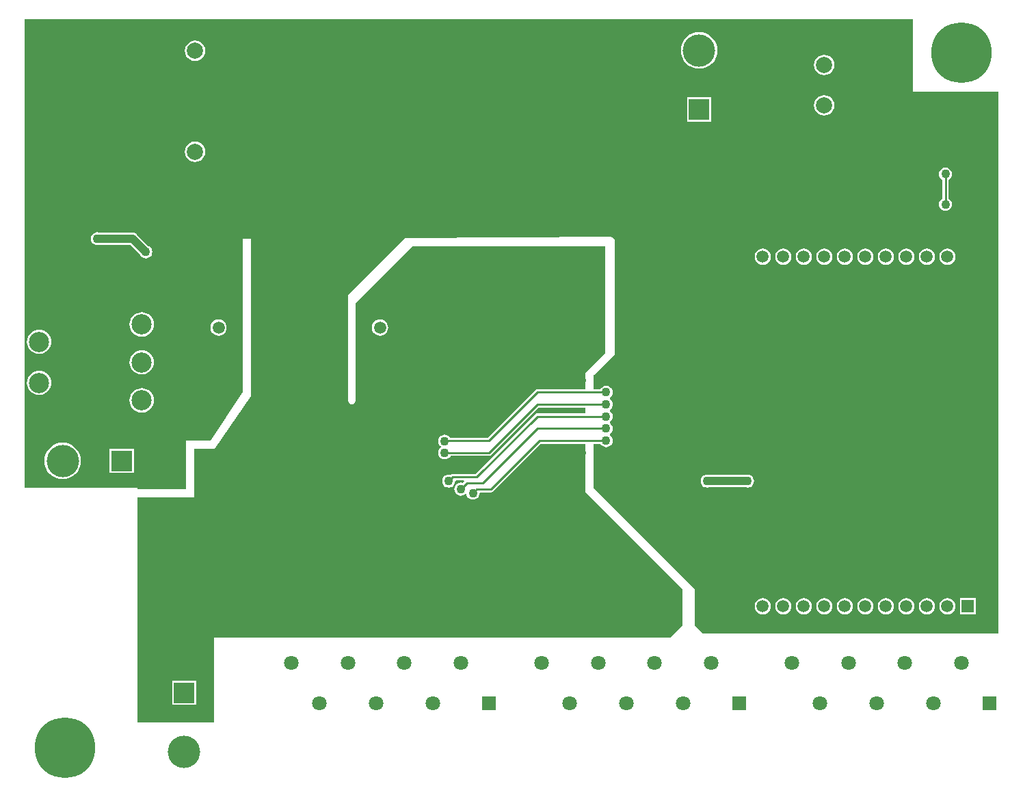
<source format=gbl>
G04*
G04 #@! TF.GenerationSoftware,Altium Limited,Altium Designer,20.2.6 (244)*
G04*
G04 Layer_Physical_Order=2*
G04 Layer_Color=16711680*
%FSLAX25Y25*%
%MOIN*%
G70*
G04*
G04 #@! TF.SameCoordinates,C2834271-33A1-44EC-96ED-C6C83E4A5B3B*
G04*
G04*
G04 #@! TF.FilePolarity,Positive*
G04*
G01*
G75*
%ADD11C,0.01000*%
%ADD56C,0.03937*%
%ADD64C,0.07874*%
%ADD65C,0.09843*%
%ADD66C,0.05906*%
%ADD67R,0.05906X0.05906*%
%ADD68R,0.09843X0.09843*%
%ADD69C,0.15748*%
%ADD70C,0.07087*%
%ADD71R,0.07087X0.07087*%
%ADD72C,0.29528*%
%ADD73R,0.09843X0.09843*%
%ADD74C,0.04331*%
G36*
X440797Y382550D02*
X440797Y347117D01*
X482677Y347117D01*
X482677Y83337D01*
X338434Y83337D01*
X334497Y87274D01*
Y104991D01*
X285285Y154204D01*
Y175636D01*
X288546D01*
X288574Y175569D01*
X289081Y174908D01*
X289742Y174400D01*
X290512Y174082D01*
X291339Y173973D01*
X292165Y174082D01*
X292935Y174400D01*
X293596Y174908D01*
X294104Y175569D01*
X294422Y176339D01*
X294531Y177165D01*
X294422Y177992D01*
X294104Y178762D01*
X293596Y179423D01*
X293075Y179823D01*
X293034Y179964D01*
Y180272D01*
X293075Y180413D01*
X293596Y180813D01*
X294104Y181474D01*
X294422Y182245D01*
X294531Y183071D01*
X294422Y183897D01*
X294104Y184667D01*
X293596Y185328D01*
X293075Y185728D01*
X293034Y185870D01*
Y186178D01*
X293075Y186319D01*
X293596Y186719D01*
X294104Y187380D01*
X294422Y188150D01*
X294531Y188976D01*
X294422Y189803D01*
X294104Y190573D01*
X293596Y191234D01*
X293075Y191634D01*
X293034Y191775D01*
Y192083D01*
X293075Y192225D01*
X293596Y192624D01*
X294104Y193286D01*
X294422Y194056D01*
X294531Y194882D01*
X294422Y195708D01*
X294104Y196478D01*
X293596Y197139D01*
X293075Y197539D01*
X293034Y197681D01*
Y197988D01*
X293075Y198130D01*
X293596Y198530D01*
X294104Y199191D01*
X294422Y199961D01*
X294531Y200787D01*
X294422Y201614D01*
X294104Y202384D01*
X293596Y203045D01*
X292935Y203552D01*
X292165Y203871D01*
X291339Y203980D01*
X290512Y203871D01*
X289742Y203552D01*
X289081Y203045D01*
X288574Y202384D01*
X288546Y202317D01*
X285285D01*
Y209322D01*
X285685D01*
X295527Y219164D01*
X295527Y274282D01*
X295482Y274744D01*
X295128Y275598D01*
X294475Y276252D01*
X293621Y276605D01*
X293159Y276651D01*
X293159Y276651D01*
X293159Y276651D01*
X193174Y275851D01*
X165354Y248031D01*
X165354Y196850D01*
X165392Y196466D01*
X165686Y195757D01*
X166229Y195214D01*
X166939Y194920D01*
X167707Y194920D01*
X168416Y195213D01*
X168959Y195757D01*
X169253Y196466D01*
X169291Y196850D01*
X169291Y196850D01*
X169291Y244094D01*
X197111Y271914D01*
X290790Y271914D01*
Y219748D01*
X281348Y210306D01*
Y202317D01*
X257874D01*
X257289Y202200D01*
X256793Y201869D01*
X233618Y178695D01*
X215240D01*
X214856Y179195D01*
X214195Y179702D01*
X213425Y180021D01*
X212598Y180130D01*
X211772Y180021D01*
X211002Y179702D01*
X210341Y179195D01*
X209834Y178533D01*
X209515Y177763D01*
X209406Y176937D01*
X209515Y176111D01*
X209834Y175341D01*
X210341Y174679D01*
X210687Y174414D01*
Y173783D01*
X210341Y173517D01*
X209834Y172856D01*
X209515Y172086D01*
X209406Y171260D01*
X209515Y170433D01*
X209834Y169664D01*
X210341Y169002D01*
X211002Y168495D01*
X211772Y168176D01*
X212598Y168067D01*
X213425Y168176D01*
X214195Y168495D01*
X214856Y169002D01*
X215363Y169664D01*
X215391Y169730D01*
X234252D01*
X234837Y169847D01*
X235333Y170178D01*
X258507Y193352D01*
X281348D01*
Y190506D01*
X257874D01*
X257289Y190389D01*
X256793Y190058D01*
X227713Y160978D01*
X216535D01*
X215950Y160862D01*
X215462Y160536D01*
X215393Y160564D01*
X214567Y160673D01*
X213741Y160564D01*
X212971Y160245D01*
X212309Y159738D01*
X211802Y159077D01*
X211483Y158307D01*
X211374Y157480D01*
X211483Y156654D01*
X211802Y155884D01*
X212309Y155223D01*
X212971Y154715D01*
X213741Y154396D01*
X214567Y154288D01*
X215393Y154396D01*
X216163Y154715D01*
X216825Y155223D01*
X217332Y155884D01*
X217651Y156654D01*
X217760Y157480D01*
X217751Y157544D01*
X218081Y157919D01*
X221979D01*
X222186Y157419D01*
X221366Y156599D01*
X221299Y156627D01*
X220472Y156736D01*
X219646Y156627D01*
X218876Y156308D01*
X218215Y155801D01*
X217707Y155140D01*
X217389Y154370D01*
X217280Y153543D01*
X217389Y152717D01*
X217707Y151947D01*
X218215Y151286D01*
X218876Y150778D01*
X219646Y150459D01*
X220472Y150351D01*
X221299Y150459D01*
X222069Y150778D01*
X222730Y151286D01*
X223243Y151134D01*
X223294Y150749D01*
X223613Y149978D01*
X224120Y149317D01*
X224782Y148810D01*
X225552Y148491D01*
X226378Y148382D01*
X227204Y148491D01*
X227974Y148810D01*
X228636Y149317D01*
X229143Y149978D01*
X229462Y150749D01*
X229571Y151575D01*
X229562Y151638D01*
X229892Y152014D01*
X235133D01*
X235718Y152130D01*
X236214Y152462D01*
X259388Y175636D01*
X281348D01*
Y152235D01*
X328592Y104991D01*
Y87274D01*
X322686Y81369D01*
X100245D01*
X100245Y40030D01*
X62844D01*
Y149606D01*
X90551D01*
Y173228D01*
X100394D01*
X118110Y198819D01*
Y275590D01*
X114173D01*
Y200787D01*
X98425Y177165D01*
X86614D01*
Y153543D01*
X62844D01*
Y154204D01*
X7726D01*
Y382550D01*
X440797Y382550D01*
D02*
G37*
%LPC*%
G36*
X90945Y372106D02*
X89656Y371936D01*
X88455Y371439D01*
X87424Y370647D01*
X86632Y369616D01*
X86135Y368415D01*
X85965Y367126D01*
X86135Y365837D01*
X86632Y364636D01*
X87424Y363605D01*
X88455Y362813D01*
X89656Y362316D01*
X90945Y362146D01*
X92234Y362316D01*
X93435Y362813D01*
X94466Y363605D01*
X95257Y364636D01*
X95755Y365837D01*
X95925Y367126D01*
X95755Y368415D01*
X95257Y369616D01*
X94466Y370647D01*
X93435Y371439D01*
X92234Y371936D01*
X90945Y372106D01*
D02*
G37*
G36*
X336614Y376240D02*
X334875Y376068D01*
X333202Y375561D01*
X331660Y374737D01*
X330309Y373628D01*
X329200Y372277D01*
X328376Y370735D01*
X327869Y369062D01*
X327697Y367323D01*
X327869Y365583D01*
X328376Y363911D01*
X329200Y362369D01*
X330309Y361018D01*
X331660Y359909D01*
X333202Y359085D01*
X334875Y358577D01*
X336614Y358406D01*
X338354Y358577D01*
X340026Y359085D01*
X341568Y359909D01*
X342919Y361018D01*
X344028Y362369D01*
X344852Y363911D01*
X345360Y365583D01*
X345531Y367323D01*
X345360Y369062D01*
X344852Y370735D01*
X344028Y372277D01*
X342919Y373628D01*
X341568Y374737D01*
X340026Y375561D01*
X338354Y376068D01*
X336614Y376240D01*
D02*
G37*
G36*
X397638Y365216D02*
X396349Y365046D01*
X395148Y364549D01*
X394117Y363757D01*
X393325Y362726D01*
X392828Y361525D01*
X392658Y360236D01*
X392828Y358947D01*
X393325Y357746D01*
X394117Y356715D01*
X395148Y355924D01*
X396349Y355426D01*
X397638Y355257D01*
X398927Y355426D01*
X400128Y355924D01*
X401159Y356715D01*
X401950Y357746D01*
X402448Y358947D01*
X402617Y360236D01*
X402448Y361525D01*
X401950Y362726D01*
X401159Y363757D01*
X400128Y364549D01*
X398927Y365046D01*
X397638Y365216D01*
D02*
G37*
G36*
Y345531D02*
X396349Y345361D01*
X395148Y344864D01*
X394117Y344072D01*
X393325Y343041D01*
X392828Y341840D01*
X392658Y340551D01*
X392828Y339262D01*
X393325Y338061D01*
X394117Y337030D01*
X395148Y336239D01*
X396349Y335741D01*
X397638Y335572D01*
X398927Y335741D01*
X400128Y336239D01*
X401159Y337030D01*
X401950Y338061D01*
X402448Y339262D01*
X402617Y340551D01*
X402448Y341840D01*
X401950Y343041D01*
X401159Y344072D01*
X400128Y344864D01*
X398927Y345361D01*
X397638Y345531D01*
D02*
G37*
G36*
X342535Y344504D02*
X330693D01*
Y332661D01*
X342535D01*
Y344504D01*
D02*
G37*
G36*
X90945Y322893D02*
X89656Y322723D01*
X88455Y322226D01*
X87424Y321434D01*
X86632Y320403D01*
X86135Y319202D01*
X85965Y317913D01*
X86135Y316625D01*
X86632Y315424D01*
X87424Y314392D01*
X88455Y313601D01*
X89656Y313104D01*
X90945Y312934D01*
X92234Y313104D01*
X93435Y313601D01*
X94466Y314392D01*
X95257Y315424D01*
X95755Y316625D01*
X95925Y317913D01*
X95755Y319202D01*
X95257Y320403D01*
X94466Y321434D01*
X93435Y322226D01*
X92234Y322723D01*
X90945Y322893D01*
D02*
G37*
G36*
X456693Y310279D02*
X455867Y310171D01*
X455097Y309852D01*
X454435Y309344D01*
X453928Y308683D01*
X453609Y307913D01*
X453500Y307087D01*
X453609Y306260D01*
X453928Y305490D01*
X454435Y304829D01*
X455097Y304322D01*
X455163Y304294D01*
Y295115D01*
X455097Y295088D01*
X454435Y294580D01*
X453928Y293919D01*
X453609Y293149D01*
X453500Y292323D01*
X453609Y291496D01*
X453928Y290726D01*
X454435Y290065D01*
X455097Y289558D01*
X455867Y289239D01*
X456693Y289130D01*
X457519Y289239D01*
X458289Y289558D01*
X458951Y290065D01*
X459458Y290726D01*
X459777Y291496D01*
X459886Y292323D01*
X459777Y293149D01*
X459458Y293919D01*
X458951Y294580D01*
X458289Y295088D01*
X458222Y295115D01*
Y304294D01*
X458289Y304322D01*
X458951Y304829D01*
X459458Y305490D01*
X459777Y306260D01*
X459886Y307087D01*
X459777Y307913D01*
X459458Y308683D01*
X458951Y309344D01*
X458289Y309852D01*
X457519Y310171D01*
X456693Y310279D01*
D02*
G37*
G36*
X43307Y278783D02*
X42481Y278674D01*
X41711Y278356D01*
X41050Y277848D01*
X40542Y277187D01*
X40223Y276417D01*
X40114Y275590D01*
X40223Y274764D01*
X40542Y273994D01*
X41050Y273333D01*
X41711Y272826D01*
X42481Y272507D01*
X43307Y272398D01*
X44133Y272507D01*
X44350Y272596D01*
X59291D01*
X64074Y267813D01*
X64164Y267597D01*
X64672Y266935D01*
X65333Y266428D01*
X66103Y266109D01*
X66929Y266000D01*
X67755Y266109D01*
X68525Y266428D01*
X69187Y266935D01*
X69694Y267597D01*
X70013Y268367D01*
X70122Y269193D01*
X70013Y270019D01*
X69694Y270789D01*
X69187Y271450D01*
X68525Y271958D01*
X68309Y272048D01*
X62649Y277708D01*
X62028Y278184D01*
X61306Y278483D01*
X60532Y278585D01*
X44350D01*
X44133Y278674D01*
X43307Y278783D01*
D02*
G37*
G36*
X457677Y270719D02*
X456645Y270583D01*
X455684Y270185D01*
X454858Y269551D01*
X454224Y268726D01*
X453826Y267764D01*
X453690Y266732D01*
X453826Y265700D01*
X454224Y264739D01*
X454858Y263913D01*
X455684Y263280D01*
X456645Y262881D01*
X457677Y262745D01*
X458709Y262881D01*
X459671Y263280D01*
X460496Y263913D01*
X461130Y264739D01*
X461528Y265700D01*
X461664Y266732D01*
X461528Y267764D01*
X461130Y268726D01*
X460496Y269551D01*
X459671Y270185D01*
X458709Y270583D01*
X457677Y270719D01*
D02*
G37*
G36*
X447677D02*
X446645Y270583D01*
X445684Y270185D01*
X444858Y269551D01*
X444225Y268726D01*
X443826Y267764D01*
X443690Y266732D01*
X443826Y265700D01*
X444225Y264739D01*
X444858Y263913D01*
X445684Y263280D01*
X446645Y262881D01*
X447677Y262745D01*
X448709Y262881D01*
X449671Y263280D01*
X450496Y263913D01*
X451130Y264739D01*
X451528Y265700D01*
X451664Y266732D01*
X451528Y267764D01*
X451130Y268726D01*
X450496Y269551D01*
X449671Y270185D01*
X448709Y270583D01*
X447677Y270719D01*
D02*
G37*
G36*
X437677D02*
X436645Y270583D01*
X435684Y270185D01*
X434858Y269551D01*
X434225Y268726D01*
X433826Y267764D01*
X433690Y266732D01*
X433826Y265700D01*
X434225Y264739D01*
X434858Y263913D01*
X435684Y263280D01*
X436645Y262881D01*
X437677Y262745D01*
X438709Y262881D01*
X439671Y263280D01*
X440496Y263913D01*
X441130Y264739D01*
X441528Y265700D01*
X441664Y266732D01*
X441528Y267764D01*
X441130Y268726D01*
X440496Y269551D01*
X439671Y270185D01*
X438709Y270583D01*
X437677Y270719D01*
D02*
G37*
G36*
X427677D02*
X426645Y270583D01*
X425684Y270185D01*
X424858Y269551D01*
X424225Y268726D01*
X423826Y267764D01*
X423690Y266732D01*
X423826Y265700D01*
X424225Y264739D01*
X424858Y263913D01*
X425684Y263280D01*
X426645Y262881D01*
X427677Y262745D01*
X428709Y262881D01*
X429671Y263280D01*
X430496Y263913D01*
X431130Y264739D01*
X431528Y265700D01*
X431664Y266732D01*
X431528Y267764D01*
X431130Y268726D01*
X430496Y269551D01*
X429671Y270185D01*
X428709Y270583D01*
X427677Y270719D01*
D02*
G37*
G36*
X417677D02*
X416645Y270583D01*
X415684Y270185D01*
X414858Y269551D01*
X414224Y268726D01*
X413826Y267764D01*
X413690Y266732D01*
X413826Y265700D01*
X414224Y264739D01*
X414858Y263913D01*
X415684Y263280D01*
X416645Y262881D01*
X417677Y262745D01*
X418709Y262881D01*
X419671Y263280D01*
X420496Y263913D01*
X421130Y264739D01*
X421528Y265700D01*
X421664Y266732D01*
X421528Y267764D01*
X421130Y268726D01*
X420496Y269551D01*
X419671Y270185D01*
X418709Y270583D01*
X417677Y270719D01*
D02*
G37*
G36*
X407677D02*
X406645Y270583D01*
X405684Y270185D01*
X404858Y269551D01*
X404224Y268726D01*
X403826Y267764D01*
X403690Y266732D01*
X403826Y265700D01*
X404224Y264739D01*
X404858Y263913D01*
X405684Y263280D01*
X406645Y262881D01*
X407677Y262745D01*
X408709Y262881D01*
X409671Y263280D01*
X410496Y263913D01*
X411130Y264739D01*
X411528Y265700D01*
X411664Y266732D01*
X411528Y267764D01*
X411130Y268726D01*
X410496Y269551D01*
X409671Y270185D01*
X408709Y270583D01*
X407677Y270719D01*
D02*
G37*
G36*
X397677D02*
X396645Y270583D01*
X395684Y270185D01*
X394858Y269551D01*
X394225Y268726D01*
X393826Y267764D01*
X393690Y266732D01*
X393826Y265700D01*
X394225Y264739D01*
X394858Y263913D01*
X395684Y263280D01*
X396645Y262881D01*
X397677Y262745D01*
X398709Y262881D01*
X399671Y263280D01*
X400496Y263913D01*
X401130Y264739D01*
X401528Y265700D01*
X401664Y266732D01*
X401528Y267764D01*
X401130Y268726D01*
X400496Y269551D01*
X399671Y270185D01*
X398709Y270583D01*
X397677Y270719D01*
D02*
G37*
G36*
X387677D02*
X386645Y270583D01*
X385684Y270185D01*
X384858Y269551D01*
X384225Y268726D01*
X383826Y267764D01*
X383690Y266732D01*
X383826Y265700D01*
X384225Y264739D01*
X384858Y263913D01*
X385684Y263280D01*
X386645Y262881D01*
X387677Y262745D01*
X388709Y262881D01*
X389671Y263280D01*
X390496Y263913D01*
X391130Y264739D01*
X391528Y265700D01*
X391664Y266732D01*
X391528Y267764D01*
X391130Y268726D01*
X390496Y269551D01*
X389671Y270185D01*
X388709Y270583D01*
X387677Y270719D01*
D02*
G37*
G36*
X377677D02*
X376645Y270583D01*
X375684Y270185D01*
X374858Y269551D01*
X374224Y268726D01*
X373826Y267764D01*
X373690Y266732D01*
X373826Y265700D01*
X374224Y264739D01*
X374858Y263913D01*
X375684Y263280D01*
X376645Y262881D01*
X377677Y262745D01*
X378709Y262881D01*
X379671Y263280D01*
X380496Y263913D01*
X381130Y264739D01*
X381528Y265700D01*
X381664Y266732D01*
X381528Y267764D01*
X381130Y268726D01*
X380496Y269551D01*
X379671Y270185D01*
X378709Y270583D01*
X377677Y270719D01*
D02*
G37*
G36*
X367677D02*
X366645Y270583D01*
X365684Y270185D01*
X364858Y269551D01*
X364225Y268726D01*
X363826Y267764D01*
X363690Y266732D01*
X363826Y265700D01*
X364225Y264739D01*
X364858Y263913D01*
X365684Y263280D01*
X366645Y262881D01*
X367677Y262745D01*
X368709Y262881D01*
X369671Y263280D01*
X370496Y263913D01*
X371130Y264739D01*
X371528Y265700D01*
X371664Y266732D01*
X371528Y267764D01*
X371130Y268726D01*
X370496Y269551D01*
X369671Y270185D01*
X368709Y270583D01*
X367677Y270719D01*
D02*
G37*
G36*
X181102Y236270D02*
X180070Y236135D01*
X179109Y235736D01*
X178283Y235103D01*
X177650Y234277D01*
X177251Y233315D01*
X177115Y232283D01*
X177251Y231252D01*
X177650Y230290D01*
X178283Y229464D01*
X179109Y228831D01*
X180070Y228432D01*
X181102Y228297D01*
X182134Y228432D01*
X183096Y228831D01*
X183922Y229464D01*
X184555Y230290D01*
X184953Y231252D01*
X185089Y232283D01*
X184953Y233315D01*
X184555Y234277D01*
X183922Y235103D01*
X183096Y235736D01*
X182134Y236135D01*
X181102Y236270D01*
D02*
G37*
G36*
X102362D02*
X101330Y236135D01*
X100369Y235736D01*
X99543Y235103D01*
X98909Y234277D01*
X98511Y233315D01*
X98375Y232283D01*
X98511Y231252D01*
X98909Y230290D01*
X99543Y229464D01*
X100369Y228831D01*
X101330Y228432D01*
X102362Y228297D01*
X103394Y228432D01*
X104356Y228831D01*
X105181Y229464D01*
X105815Y230290D01*
X106213Y231252D01*
X106349Y232283D01*
X106213Y233315D01*
X105815Y234277D01*
X105181Y235103D01*
X104356Y235736D01*
X103394Y236135D01*
X102362Y236270D01*
D02*
G37*
G36*
X64961Y239808D02*
X63800Y239694D01*
X62684Y239355D01*
X61655Y238805D01*
X60753Y238066D01*
X60014Y237164D01*
X59464Y236135D01*
X59125Y235019D01*
X59011Y233858D01*
X59125Y232698D01*
X59464Y231581D01*
X60014Y230553D01*
X60753Y229651D01*
X61655Y228911D01*
X62684Y228361D01*
X63800Y228023D01*
X64961Y227908D01*
X66121Y228023D01*
X67238Y228361D01*
X68266Y228911D01*
X69168Y229651D01*
X69908Y230553D01*
X70458Y231581D01*
X70796Y232698D01*
X70911Y233858D01*
X70796Y235019D01*
X70458Y236135D01*
X69908Y237164D01*
X69168Y238066D01*
X68266Y238805D01*
X67238Y239355D01*
X66121Y239694D01*
X64961Y239808D01*
D02*
G37*
G36*
X14961Y231304D02*
X13800Y231190D01*
X12684Y230851D01*
X11655Y230301D01*
X10753Y229562D01*
X10013Y228660D01*
X9464Y227631D01*
X9125Y226515D01*
X9011Y225354D01*
X9125Y224194D01*
X9464Y223077D01*
X10013Y222049D01*
X10753Y221147D01*
X11655Y220407D01*
X12684Y219857D01*
X13800Y219519D01*
X14961Y219404D01*
X16121Y219519D01*
X17238Y219857D01*
X18266Y220407D01*
X19168Y221147D01*
X19908Y222049D01*
X20458Y223077D01*
X20796Y224194D01*
X20910Y225354D01*
X20796Y226515D01*
X20458Y227631D01*
X19908Y228660D01*
X19168Y229562D01*
X18266Y230301D01*
X17238Y230851D01*
X16121Y231190D01*
X14961Y231304D01*
D02*
G37*
G36*
X64961Y221304D02*
X63800Y221190D01*
X62684Y220851D01*
X61655Y220302D01*
X60753Y219562D01*
X60014Y218660D01*
X59464Y217631D01*
X59125Y216515D01*
X59011Y215354D01*
X59125Y214194D01*
X59464Y213077D01*
X60014Y212049D01*
X60753Y211147D01*
X61655Y210407D01*
X62684Y209857D01*
X63800Y209519D01*
X64961Y209404D01*
X66121Y209519D01*
X67238Y209857D01*
X68266Y210407D01*
X69168Y211147D01*
X69908Y212049D01*
X70458Y213077D01*
X70796Y214194D01*
X70911Y215354D01*
X70796Y216515D01*
X70458Y217631D01*
X69908Y218660D01*
X69168Y219562D01*
X68266Y220302D01*
X67238Y220851D01*
X66121Y221190D01*
X64961Y221304D01*
D02*
G37*
G36*
X14961Y211304D02*
X13800Y211190D01*
X12684Y210851D01*
X11655Y210301D01*
X10753Y209562D01*
X10013Y208660D01*
X9464Y207631D01*
X9125Y206515D01*
X9011Y205354D01*
X9125Y204194D01*
X9464Y203077D01*
X10013Y202049D01*
X10753Y201147D01*
X11655Y200407D01*
X12684Y199857D01*
X13800Y199519D01*
X14961Y199404D01*
X16121Y199519D01*
X17238Y199857D01*
X18266Y200407D01*
X19168Y201147D01*
X19908Y202049D01*
X20458Y203077D01*
X20796Y204194D01*
X20910Y205354D01*
X20796Y206515D01*
X20458Y207631D01*
X19908Y208660D01*
X19168Y209562D01*
X18266Y210301D01*
X17238Y210851D01*
X16121Y211190D01*
X14961Y211304D01*
D02*
G37*
G36*
X64961Y202800D02*
X63800Y202686D01*
X62684Y202347D01*
X61655Y201798D01*
X60753Y201058D01*
X60014Y200156D01*
X59464Y199127D01*
X59125Y198011D01*
X59011Y196850D01*
X59125Y195690D01*
X59464Y194573D01*
X60014Y193545D01*
X60753Y192643D01*
X61655Y191903D01*
X62684Y191353D01*
X63800Y191015D01*
X64961Y190901D01*
X66121Y191015D01*
X67238Y191353D01*
X68266Y191903D01*
X69168Y192643D01*
X69908Y193545D01*
X70458Y194573D01*
X70796Y195690D01*
X70911Y196850D01*
X70796Y198011D01*
X70458Y199127D01*
X69908Y200156D01*
X69168Y201058D01*
X68266Y201798D01*
X67238Y202347D01*
X66121Y202686D01*
X64961Y202800D01*
D02*
G37*
G36*
X61039Y173244D02*
X49197D01*
Y161402D01*
X61039D01*
Y173244D01*
D02*
G37*
G36*
X360236Y160673D02*
X359410Y160564D01*
X359193Y160474D01*
X341594D01*
X341377Y160564D01*
X340551Y160673D01*
X339725Y160564D01*
X338955Y160245D01*
X338294Y159738D01*
X337786Y159077D01*
X337467Y158307D01*
X337358Y157480D01*
X337467Y156654D01*
X337786Y155884D01*
X338294Y155223D01*
X338955Y154715D01*
X339725Y154396D01*
X340551Y154288D01*
X341377Y154396D01*
X341594Y154486D01*
X359193D01*
X359410Y154396D01*
X360236Y154288D01*
X361063Y154396D01*
X361832Y154715D01*
X362494Y155223D01*
X363001Y155884D01*
X363320Y156654D01*
X363429Y157480D01*
X363320Y158307D01*
X363001Y159077D01*
X362494Y159738D01*
X361832Y160245D01*
X361063Y160564D01*
X360236Y160673D01*
D02*
G37*
G36*
X26378Y176240D02*
X24638Y176068D01*
X22966Y175561D01*
X21424Y174737D01*
X20073Y173628D01*
X18964Y172277D01*
X18140Y170735D01*
X17632Y169062D01*
X17461Y167323D01*
X17632Y165583D01*
X18140Y163910D01*
X18964Y162369D01*
X20073Y161018D01*
X21424Y159909D01*
X22966Y159085D01*
X24638Y158577D01*
X26378Y158406D01*
X28118Y158577D01*
X29790Y159085D01*
X31332Y159909D01*
X32683Y161018D01*
X33792Y162369D01*
X34616Y163910D01*
X35124Y165583D01*
X35295Y167323D01*
X35124Y169062D01*
X34616Y170735D01*
X33792Y172277D01*
X32683Y173628D01*
X31332Y174737D01*
X29790Y175561D01*
X28118Y176068D01*
X26378Y176240D01*
D02*
G37*
G36*
X471630Y100409D02*
X463724D01*
Y92504D01*
X471630D01*
Y100409D01*
D02*
G37*
G36*
X457677Y100444D02*
X456645Y100308D01*
X455684Y99909D01*
X454858Y99276D01*
X454224Y98450D01*
X453826Y97489D01*
X453690Y96457D01*
X453826Y95425D01*
X454224Y94463D01*
X454858Y93638D01*
X455684Y93004D01*
X456645Y92606D01*
X457677Y92470D01*
X458709Y92606D01*
X459671Y93004D01*
X460496Y93638D01*
X461130Y94463D01*
X461528Y95425D01*
X461664Y96457D01*
X461528Y97489D01*
X461130Y98450D01*
X460496Y99276D01*
X459671Y99909D01*
X458709Y100308D01*
X457677Y100444D01*
D02*
G37*
G36*
X447677D02*
X446645Y100308D01*
X445684Y99909D01*
X444858Y99276D01*
X444225Y98450D01*
X443826Y97489D01*
X443690Y96457D01*
X443826Y95425D01*
X444225Y94463D01*
X444858Y93638D01*
X445684Y93004D01*
X446645Y92606D01*
X447677Y92470D01*
X448709Y92606D01*
X449671Y93004D01*
X450496Y93638D01*
X451130Y94463D01*
X451528Y95425D01*
X451664Y96457D01*
X451528Y97489D01*
X451130Y98450D01*
X450496Y99276D01*
X449671Y99909D01*
X448709Y100308D01*
X447677Y100444D01*
D02*
G37*
G36*
X437677D02*
X436645Y100308D01*
X435684Y99909D01*
X434858Y99276D01*
X434225Y98450D01*
X433826Y97489D01*
X433690Y96457D01*
X433826Y95425D01*
X434225Y94463D01*
X434858Y93638D01*
X435684Y93004D01*
X436645Y92606D01*
X437677Y92470D01*
X438709Y92606D01*
X439671Y93004D01*
X440496Y93638D01*
X441130Y94463D01*
X441528Y95425D01*
X441664Y96457D01*
X441528Y97489D01*
X441130Y98450D01*
X440496Y99276D01*
X439671Y99909D01*
X438709Y100308D01*
X437677Y100444D01*
D02*
G37*
G36*
X427677D02*
X426645Y100308D01*
X425684Y99909D01*
X424858Y99276D01*
X424225Y98450D01*
X423826Y97489D01*
X423690Y96457D01*
X423826Y95425D01*
X424225Y94463D01*
X424858Y93638D01*
X425684Y93004D01*
X426645Y92606D01*
X427677Y92470D01*
X428709Y92606D01*
X429671Y93004D01*
X430496Y93638D01*
X431130Y94463D01*
X431528Y95425D01*
X431664Y96457D01*
X431528Y97489D01*
X431130Y98450D01*
X430496Y99276D01*
X429671Y99909D01*
X428709Y100308D01*
X427677Y100444D01*
D02*
G37*
G36*
X417677D02*
X416645Y100308D01*
X415684Y99909D01*
X414858Y99276D01*
X414224Y98450D01*
X413826Y97489D01*
X413690Y96457D01*
X413826Y95425D01*
X414224Y94463D01*
X414858Y93638D01*
X415684Y93004D01*
X416645Y92606D01*
X417677Y92470D01*
X418709Y92606D01*
X419671Y93004D01*
X420496Y93638D01*
X421130Y94463D01*
X421528Y95425D01*
X421664Y96457D01*
X421528Y97489D01*
X421130Y98450D01*
X420496Y99276D01*
X419671Y99909D01*
X418709Y100308D01*
X417677Y100444D01*
D02*
G37*
G36*
X407677D02*
X406645Y100308D01*
X405684Y99909D01*
X404858Y99276D01*
X404224Y98450D01*
X403826Y97489D01*
X403690Y96457D01*
X403826Y95425D01*
X404224Y94463D01*
X404858Y93638D01*
X405684Y93004D01*
X406645Y92606D01*
X407677Y92470D01*
X408709Y92606D01*
X409671Y93004D01*
X410496Y93638D01*
X411130Y94463D01*
X411528Y95425D01*
X411664Y96457D01*
X411528Y97489D01*
X411130Y98450D01*
X410496Y99276D01*
X409671Y99909D01*
X408709Y100308D01*
X407677Y100444D01*
D02*
G37*
G36*
X397677D02*
X396645Y100308D01*
X395684Y99909D01*
X394858Y99276D01*
X394225Y98450D01*
X393826Y97489D01*
X393690Y96457D01*
X393826Y95425D01*
X394225Y94463D01*
X394858Y93638D01*
X395684Y93004D01*
X396645Y92606D01*
X397677Y92470D01*
X398709Y92606D01*
X399671Y93004D01*
X400496Y93638D01*
X401130Y94463D01*
X401528Y95425D01*
X401664Y96457D01*
X401528Y97489D01*
X401130Y98450D01*
X400496Y99276D01*
X399671Y99909D01*
X398709Y100308D01*
X397677Y100444D01*
D02*
G37*
G36*
X387677D02*
X386645Y100308D01*
X385684Y99909D01*
X384858Y99276D01*
X384225Y98450D01*
X383826Y97489D01*
X383690Y96457D01*
X383826Y95425D01*
X384225Y94463D01*
X384858Y93638D01*
X385684Y93004D01*
X386645Y92606D01*
X387677Y92470D01*
X388709Y92606D01*
X389671Y93004D01*
X390496Y93638D01*
X391130Y94463D01*
X391528Y95425D01*
X391664Y96457D01*
X391528Y97489D01*
X391130Y98450D01*
X390496Y99276D01*
X389671Y99909D01*
X388709Y100308D01*
X387677Y100444D01*
D02*
G37*
G36*
X377677D02*
X376645Y100308D01*
X375684Y99909D01*
X374858Y99276D01*
X374224Y98450D01*
X373826Y97489D01*
X373690Y96457D01*
X373826Y95425D01*
X374224Y94463D01*
X374858Y93638D01*
X375684Y93004D01*
X376645Y92606D01*
X377677Y92470D01*
X378709Y92606D01*
X379671Y93004D01*
X380496Y93638D01*
X381130Y94463D01*
X381528Y95425D01*
X381664Y96457D01*
X381528Y97489D01*
X381130Y98450D01*
X380496Y99276D01*
X379671Y99909D01*
X378709Y100308D01*
X377677Y100444D01*
D02*
G37*
G36*
X367677D02*
X366645Y100308D01*
X365684Y99909D01*
X364858Y99276D01*
X364225Y98450D01*
X363826Y97489D01*
X363690Y96457D01*
X363826Y95425D01*
X364225Y94463D01*
X364858Y93638D01*
X365684Y93004D01*
X366645Y92606D01*
X367677Y92470D01*
X368709Y92606D01*
X369671Y93004D01*
X370496Y93638D01*
X371130Y94463D01*
X371528Y95425D01*
X371664Y96457D01*
X371528Y97489D01*
X371130Y98450D01*
X370496Y99276D01*
X369671Y99909D01*
X368709Y100308D01*
X367677Y100444D01*
D02*
G37*
G36*
X91551Y60252D02*
X79709D01*
Y48409D01*
X91551D01*
Y60252D01*
D02*
G37*
%LPD*%
D11*
X212598Y176937D02*
X212827Y177165D01*
X234252D01*
X258755Y177165D02*
X291339D01*
X235133Y153543D02*
X258755Y177165D01*
X257874Y183071D02*
X291339D01*
X257874Y188976D02*
X291339D01*
X257874Y194882D02*
X291339D01*
X234252Y171260D02*
X257874Y194882D01*
Y200787D02*
X291339D01*
X456693Y292323D02*
Y307087D01*
X234252Y177165D02*
X257874Y200787D01*
X228346Y159449D02*
X257874Y188976D01*
X231299Y156496D02*
X257874Y183071D01*
X212598Y171260D02*
X234252D01*
X216535Y159449D02*
X228346D01*
X214567Y157480D02*
X216535Y159449D01*
X223425Y156496D02*
X231299D01*
X220472Y153543D02*
X223425Y156496D01*
X228346Y153543D02*
X235133D01*
X226378Y151575D02*
X228346Y153543D01*
X396654Y266732D02*
X397677D01*
X367677D02*
X367677D01*
D56*
X43307Y275590D02*
X60532D01*
X66929Y269193D01*
X340551Y157480D02*
X360236D01*
D64*
X90945Y367126D02*
D03*
Y317913D02*
D03*
X397638Y340551D02*
D03*
Y360236D02*
D03*
D65*
X64961Y215354D02*
D03*
X14961Y205354D02*
D03*
X64961Y215354D02*
D03*
X14961Y205354D02*
D03*
X64961Y196850D02*
D03*
D03*
Y233858D02*
D03*
D03*
X14961Y225354D02*
D03*
D03*
X85630Y75984D02*
D03*
X76772Y167323D02*
D03*
X336614Y316929D02*
D03*
D66*
X377677Y96457D02*
D03*
X397677D02*
D03*
X407677D02*
D03*
X367677D02*
D03*
X387677D02*
D03*
X417677D02*
D03*
X427677D02*
D03*
X437677D02*
D03*
X447677D02*
D03*
X457677D02*
D03*
X102362Y232283D02*
D03*
X181102D02*
D03*
X188976Y240158D02*
D03*
X110236D02*
D03*
X457677Y266732D02*
D03*
X447677D02*
D03*
X437677D02*
D03*
X427677D02*
D03*
X417677D02*
D03*
X407677D02*
D03*
X397677D02*
D03*
X387677D02*
D03*
X377677D02*
D03*
X367677D02*
D03*
D67*
X467677Y96457D02*
D03*
Y266732D02*
D03*
D68*
X85630Y54331D02*
D03*
X336614Y338583D02*
D03*
D69*
X85630Y25591D02*
D03*
X26378Y167323D02*
D03*
X336614Y367323D02*
D03*
D70*
X464567Y68898D02*
D03*
X437008D02*
D03*
X423228Y49213D02*
D03*
X409449Y68898D02*
D03*
X395669Y49213D02*
D03*
X381890Y68898D02*
D03*
X450787Y49213D02*
D03*
X220472Y68898D02*
D03*
X192913D02*
D03*
X179134Y49213D02*
D03*
X165354Y68898D02*
D03*
X151575Y49213D02*
D03*
X137795Y68898D02*
D03*
X206693Y49213D02*
D03*
X342520Y68898D02*
D03*
X314961D02*
D03*
X301181Y49213D02*
D03*
X287402Y68898D02*
D03*
X273622Y49213D02*
D03*
X259842Y68898D02*
D03*
X328740Y49213D02*
D03*
D71*
X478346D02*
D03*
X234252D02*
D03*
X356299D02*
D03*
D72*
X464567Y366142D02*
D03*
X27559Y27559D02*
D03*
D73*
X55118Y167323D02*
D03*
D74*
X211024Y225590D02*
D03*
X198819Y194882D02*
D03*
X157480Y253937D02*
D03*
X151575D02*
D03*
X183071Y196850D02*
D03*
X151575Y259842D02*
D03*
X157480D02*
D03*
X242126Y251969D02*
D03*
X212598Y176937D02*
D03*
X41339Y246063D02*
D03*
X47244D02*
D03*
Y251969D02*
D03*
X41339D02*
D03*
X43307Y275590D02*
D03*
X66929Y269193D02*
D03*
X244035Y152273D02*
D03*
X259842Y224410D02*
D03*
X226378Y221654D02*
D03*
X62992Y251969D02*
D03*
X291339Y177165D02*
D03*
Y183071D02*
D03*
Y188976D02*
D03*
Y194882D02*
D03*
Y200787D02*
D03*
X456693Y292323D02*
D03*
X192913Y280118D02*
D03*
Y285039D02*
D03*
X198819D02*
D03*
Y280118D02*
D03*
X128937Y207677D02*
D03*
X151575Y171260D02*
D03*
X157480D02*
D03*
X271654Y322835D02*
D03*
Y328108D02*
D03*
X456693Y307087D02*
D03*
X435039Y244094D02*
D03*
X194882Y320866D02*
D03*
X200787D02*
D03*
X279528Y222441D02*
D03*
X236221Y314961D02*
D03*
X287402Y334646D02*
D03*
X289370Y287402D02*
D03*
X379921Y328740D02*
D03*
X381890Y316929D02*
D03*
X269685Y206693D02*
D03*
X279528D02*
D03*
Y171260D02*
D03*
X269685D02*
D03*
X259842Y206693D02*
D03*
Y171260D02*
D03*
X126378Y124409D02*
D03*
X126772Y101969D02*
D03*
X340551Y157480D02*
D03*
X360236D02*
D03*
X212598Y171260D02*
D03*
X214567Y157480D02*
D03*
X220472Y153543D02*
D03*
X226378Y151575D02*
D03*
X257874Y144488D02*
D03*
X232283Y188976D02*
D03*
X237939D02*
D03*
X126378Y147244D02*
D03*
X324337Y87868D02*
D03*
X303150Y87008D02*
D03*
X280315Y86614D02*
D03*
X167717Y86221D02*
D03*
X97047Y186417D02*
D03*
X174213Y314961D02*
D03*
X257874Y87008D02*
D03*
X235433D02*
D03*
X212598Y86614D02*
D03*
X190157D02*
D03*
M02*

</source>
